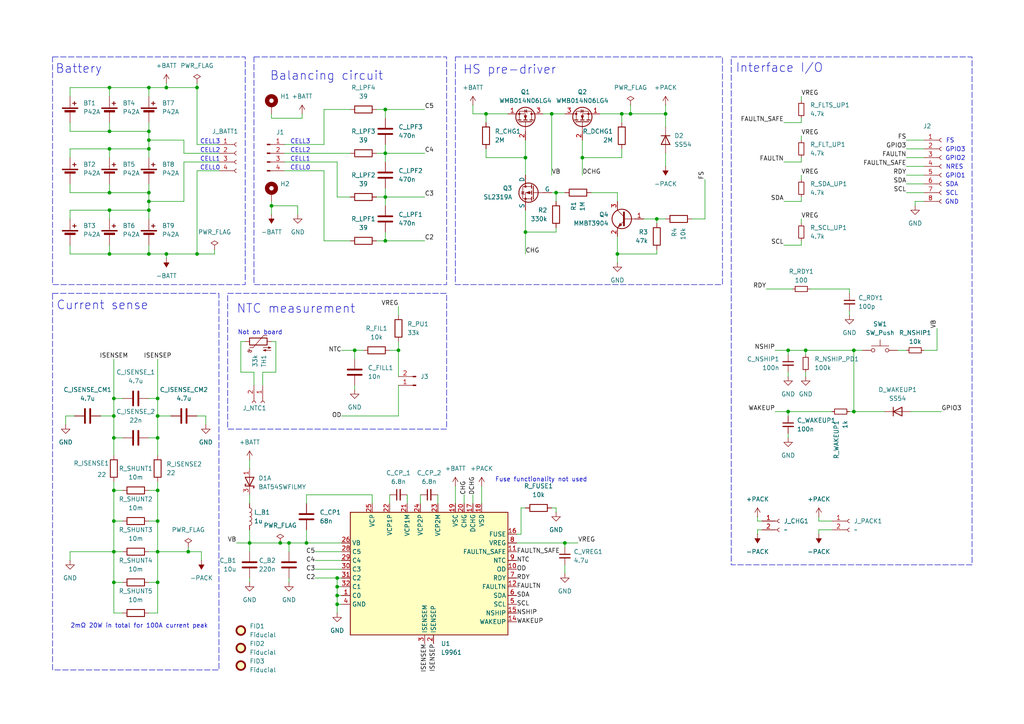
<source format=kicad_sch>
(kicad_sch (version 20250114) (generator "eeschema") (generator_version "9.0")
  (paper "A4")
  (title_block (title "Bettery") (date "2025-12-28") (comment 1 "Battery pack for BETA, Humanoid robot."))
  (rectangle (start 132.08 16.51) (end 209.55 82.55) (stroke (width 0) (type dash)))
  (rectangle (start 73.66 16.51) (end 129.54 82.55) (stroke (width 0) (type dash)))
  (rectangle (start 212.09 16.51) (end 281.94 163.83) (stroke (width 0) (type dash)))
  (rectangle (start 15.24 85.09) (end 63.5 194.31) (stroke (width 0) (type dash)))
  (rectangle (start 15.24 16.51) (end 71.12 82.55) (stroke (width 0) (type dash)))
  (rectangle (start 66.04 85.09) (end 129.54 124.46) (stroke (width 0) (type dash)))
  (text "GPIO1\n" (at 277.114 51.054 0) (effects (font (size 1.27 1.27))))
  (text "CELL3\n" (at 87.122 41.148 0) (effects (font (size 1.27 1.27))))
  (text "2mΩ 20W in total for 100A current peak" (at 40.386 181.61 0) (effects (font (size 1.27 1.27))))
  (text "Balancing circuit" (at 94.742 22.098 0) (effects (font (size 2.54 2.54))))
  (text "HS pre-driver" (at 147.828 20.32 0) (effects (font (size 2.54 2.54))))
  (text "CELL2\n" (at 87.122 43.688 0) (effects (font (size 1.27 1.27))))
  (text "CELL2\n" (at 60.96 43.688 0) (effects (font (size 1.27 1.27))))
  (text "CELL0" (at 87.122 48.768 0) (effects (font (size 1.27 1.27))))
  (text "SDA" (at 276.098 53.594 0) (effects (font (size 1.27 1.27))))
  (text "NTC measurement" (at 85.852 89.662 0) (effects (font (size 2.54 2.54))))
  (text "CELL1" (at 60.96 46.228 0) (effects (font (size 1.27 1.27))))
  (text "Battery" (at 22.86 20.066 0) (effects (font (size 2.54 2.54))))
  (text "Not on board\n" (at 75.438 96.52 0) (effects (font (size 1.27 1.27))))
  (text "SCL" (at 276.098 56.134 0) (effects (font (size 1.27 1.27))))
  (text "CELL3\n" (at 60.96 41.148 0) (effects (font (size 1.27 1.27))))
  (text "FS" (at 275.59 40.894 0) (effects (font (size 1.27 1.27))))
  (text "GPIO2" (at 277.114 45.974 0) (effects (font (size 1.27 1.27))))
  (text "Current sense" (at 29.718 88.646 0) (effects (font (size 2.54 2.54))))
  (text "GPIO3" (at 277.114 43.434 0) (effects (font (size 1.27 1.27))))
  (text "Fuse functionality not used" (at 156.972 139.192 0) (effects (font (size 1.27 1.27))))
  (text "NRES\n" (at 276.86 48.514 0) (effects (font (size 1.27 1.27))))
  (text "CELL1" (at 87.122 46.228 0) (effects (font (size 1.27 1.27))))
  (text "CELL0" (at 60.96 48.768 0) (effects (font (size 1.27 1.27))))
  (text "Interface I/O" (at 226.06 19.812 0) (effects (font (size 2.54 2.54))))
  (text "GND\n" (at 276.098 58.674 0) (effects (font (size 1.27 1.27))))
  (junction (at 33.02 115.57))
  (junction (at 233.68 101.6))
  (junction (at 43.18 43.18))
  (junction (at 228.6 119.38))
  (junction (at 45.72 151.13))
  (junction (at 31.75 43.18))
  (junction (at 31.75 38.1))
  (junction (at 48.26 25.4))
  (junction (at 43.18 73.66))
  (junction (at 180.34 33.02))
  (junction (at 31.75 73.66))
  (junction (at 102.87 101.6))
  (junction (at 190.5 63.5))
  (junction (at 54.61 160.02))
  (junction (at 45.72 120.65))
  (junction (at 45.72 142.24))
  (junction (at 228.6 101.6))
  (junction (at 33.02 151.13))
  (junction (at 247.65 119.38))
  (junction (at 45.72 160.02))
  (junction (at 43.18 60.96))
  (junction (at 111.76 44.45))
  (junction (at 45.72 127))
  (junction (at 97.79 170.18))
  (junction (at 247.65 101.6))
  (junction (at 45.72 115.57))
  (junction (at 33.02 120.65))
  (junction (at 57.15 25.4))
  (junction (at 179.07 73.66))
  (junction (at 33.02 127))
  (junction (at 31.75 60.96))
  (junction (at 111.76 69.85))
  (junction (at 111.76 57.15))
  (junction (at 168.91 45.72))
  (junction (at 48.26 73.66))
  (junction (at 193.04 33.02))
  (junction (at 88.9 157.48))
  (junction (at 45.72 168.91))
  (junction (at 111.76 31.75))
  (junction (at 97.79 167.64))
  (junction (at 43.18 38.1))
  (junction (at 31.75 25.4))
  (junction (at 33.02 142.24))
  (junction (at 43.18 55.88))
  (junction (at 163.83 157.48))
  (junction (at 182.88 33.02))
  (junction (at 43.18 40.64))
  (junction (at 57.15 73.66))
  (junction (at 31.75 55.88))
  (junction (at 115.57 101.6))
  (junction (at 81.28 157.48))
  (junction (at 152.4 45.72))
  (junction (at 72.39 157.48))
  (junction (at 161.29 55.88))
  (junction (at 33.02 168.91))
  (junction (at 97.79 175.26))
  (junction (at 83.82 157.48))
  (junction (at 78.74 59.69))
  (junction (at 160.02 33.02))
  (junction (at 140.97 33.02))
  (junction (at 43.18 58.42))
  (junction (at 43.18 25.4))
  (junction (at 97.79 172.72))
  (junction (at 152.4 67.31))
  (junction (at 33.02 160.02))
  (wire (pts (xy 227.33 46.99) (xy 232.41 46.99)))
  (wire (pts (xy 82.55 41.91) (xy 93.98 41.91)))
  (wire (pts (xy 72.39 168.91) (xy 72.39 167.64)))
  (wire (pts (xy 86.36 59.69) (xy 78.74 59.69)))
  (wire (pts (xy 168.91 45.72) (xy 168.91 50.8)))
  (wire (pts (xy 20.32 38.1) (xy 31.75 38.1)))
  (wire (pts (xy 33.02 168.91) (xy 33.02 177.8)))
  (wire (pts (xy 43.18 73.66) (xy 48.26 73.66)))
  (wire (pts (xy 167.64 157.48) (xy 163.83 157.48)))
  (wire (pts (xy 232.41 71.12) (xy 232.41 69.85)))
  (wire (pts (xy 264.16 119.38) (xy 273.05 119.38)))
  (wire (pts (xy 59.69 120.65) (xy 59.69 123.19)))
  (wire (pts (xy 161.29 67.31) (xy 161.29 66.04)))
  (wire (pts (xy 78.74 99.06) (xy 80.01 99.06)))
  (wire (pts (xy 54.61 158.75) (xy 54.61 160.02)))
  (wire (pts (xy 161.29 147.32) (xy 161.29 148.59)))
  (wire (pts (xy 190.5 63.5) (xy 186.69 63.5)))
  (wire (pts (xy 20.32 71.12) (xy 20.32 73.66)))
  (wire (pts (xy 97.79 170.18) (xy 97.79 172.72)))
  (wire (pts (xy 152.4 45.72) (xy 152.4 50.8)))
  (wire (pts (xy 53.34 58.42) (xy 53.34 46.99)))
  (wire (pts (xy 228.6 125.73) (xy 228.6 127)))
  (wire (pts (xy 88.9 157.48) (xy 99.06 157.48)))
  (wire (pts (xy 111.76 57.15) (xy 111.76 54.61)))
  (wire (pts (xy 102.87 101.6) (xy 105.41 101.6)))
  (wire (pts (xy 180.34 43.18) (xy 180.34 45.72)))
  (wire (pts (xy 69.85 107.95) (xy 69.85 99.06)))
  (wire (pts (xy 33.02 127) (xy 33.02 120.65)))
  (wire (pts (xy 33.02 115.57) (xy 35.56 115.57)))
  (wire (pts (xy 72.39 133.35) (xy 72.39 135.89)))
  (wire (pts (xy 163.83 163.83) (xy 163.83 166.37)))
  (wire (pts (xy 118.11 143.51) (xy 118.11 146.05)))
  (wire (pts (xy 228.6 119.38) (xy 241.3 119.38)))
  (wire (pts (xy 20.32 162.56) (xy 20.32 160.02)))
  (wire (pts (xy 57.15 49.53) (xy 57.15 73.66)))
  (wire (pts (xy 111.76 31.75) (xy 123.19 31.75)))
  (wire (pts (xy 232.41 39.37) (xy 232.41 40.64)))
  (wire (pts (xy 78.74 33.02) (xy 78.74 34.29)))
  (wire (pts (xy 45.72 127) (xy 45.72 120.65)))
  (wire (pts (xy 57.15 73.66) (xy 62.23 73.66)))
  (wire (pts (xy 91.44 162.56) (xy 99.06 162.56)))
  (wire (pts (xy 182.88 33.02) (xy 193.04 33.02)))
  (wire (pts (xy 31.75 25.4) (xy 43.18 25.4)))
  (wire (pts (xy 179.07 55.88) (xy 179.07 58.42)))
  (wire (pts (xy 20.32 35.56) (xy 20.32 38.1)))
  (wire (pts (xy 109.22 44.45) (xy 111.76 44.45)))
  (wire (pts (xy 115.57 101.6) (xy 115.57 109.22)))
  (wire (pts (xy 107.95 146.05) (xy 107.95 143.51)))
  (wire (pts (xy 29.21 120.65) (xy 33.02 120.65)))
  (wire (pts (xy 163.83 158.75) (xy 163.83 157.48)))
  (wire (pts (xy 246.38 90.17) (xy 246.38 91.44)))
  (wire (pts (xy 57.15 24.13) (xy 57.15 25.4)))
  (wire (pts (xy 152.4 40.64) (xy 152.4 45.72)))
  (wire (pts (xy 168.91 40.64) (xy 168.91 45.72)))
  (wire (pts (xy 68.58 157.48) (xy 72.39 157.48)))
  (wire (pts (xy 113.03 101.6) (xy 115.57 101.6)))
  (wire (pts (xy 48.26 24.13) (xy 48.26 25.4)))
  (wire (pts (xy 53.34 44.45) (xy 53.34 40.64)))
  (wire (pts (xy 82.55 46.99) (xy 97.79 46.99)))
  (wire (pts (xy 152.4 67.31) (xy 161.29 67.31)))
  (wire (pts (xy 97.79 170.18) (xy 99.06 170.18)))
  (wire (pts (xy 82.55 49.53) (xy 93.98 49.53)))
  (wire (pts (xy 43.18 151.13) (xy 45.72 151.13)))
  (wire (pts (xy 237.49 153.67) (xy 241.3 153.67)))
  (wire (pts (xy 20.32 43.18) (xy 20.32 45.72)))
  (wire (pts (xy 102.87 111.76) (xy 102.87 113.03)))
  (wire (pts (xy 237.49 153.67) (xy 237.49 154.94)))
  (wire (pts (xy 87.63 34.29) (xy 87.63 33.02)))
  (wire (pts (xy 115.57 91.44) (xy 115.57 88.9)))
  (wire (pts (xy 193.04 44.45) (xy 193.04 48.26)))
  (wire (pts (xy 262.89 50.8) (xy 267.97 50.8)))
  (wire (pts (xy 132.08 140.97) (xy 132.08 146.05)))
  (wire (pts (xy 99.06 101.6) (xy 102.87 101.6)))
  (wire (pts (xy 161.29 58.42) (xy 161.29 55.88)))
  (wire (pts (xy 134.62 143.51) (xy 134.62 146.05)))
  (wire (pts (xy 111.76 44.45) (xy 111.76 46.99)))
  (wire (pts (xy 33.02 151.13) (xy 33.02 160.02)))
  (wire (pts (xy 31.75 38.1) (xy 43.18 38.1)))
  (wire (pts (xy 111.76 57.15) (xy 111.76 59.69)))
  (wire (pts (xy 45.72 127) (xy 43.18 127)))
  (wire (pts (xy 43.18 55.88) (xy 43.18 53.34)))
  (wire (pts (xy 43.18 38.1) (xy 43.18 35.56)))
  (wire (pts (xy 227.33 71.12) (xy 232.41 71.12)))
  (wire (pts (xy 137.16 143.51) (xy 137.16 146.05)))
  (wire (pts (xy 45.72 160.02) (xy 54.61 160.02)))
  (wire (pts (xy 31.75 43.18) (xy 31.75 45.72)))
  (wire (pts (xy 33.02 127) (xy 35.56 127)))
  (wire (pts (xy 233.68 107.95) (xy 233.68 109.22)))
  (wire (pts (xy 137.16 33.02) (xy 140.97 33.02)))
  (wire (pts (xy 83.82 168.91) (xy 83.82 167.64)))
  (wire (pts (xy 204.47 63.5) (xy 200.66 63.5)))
  (wire (pts (xy 262.89 48.26) (xy 267.97 48.26)))
  (wire (pts (xy 97.79 172.72) (xy 99.06 172.72)))
  (wire (pts (xy 31.75 53.34) (xy 31.75 55.88)))
  (wire (pts (xy 219.71 153.67) (xy 220.98 153.67)))
  (wire (pts (xy 76.2 107.95) (xy 76.2 111.76)))
  (wire (pts (xy 86.36 62.23) (xy 86.36 59.69)))
  (wire (pts (xy 73.66 111.76) (xy 73.66 107.95)))
  (wire (pts (xy 31.75 73.66) (xy 20.32 73.66)))
  (wire (pts (xy 233.68 101.6) (xy 233.68 102.87)))
  (wire (pts (xy 53.34 44.45) (xy 63.5 44.45)))
  (wire (pts (xy 232.41 64.77) (xy 232.41 63.5)))
  (wire (pts (xy 97.79 175.26) (xy 99.06 175.26)))
  (wire (pts (xy 33.02 142.24) (xy 33.02 151.13)))
  (wire (pts (xy 232.41 58.42) (xy 227.33 58.42)))
  (wire (pts (xy 33.02 104.14) (xy 33.02 115.57)))
  (wire (pts (xy 93.98 69.85) (xy 101.6 69.85)))
  (wire (pts (xy 232.41 27.94) (xy 232.41 29.21)))
  (wire (pts (xy 45.72 151.13) (xy 45.72 142.24)))
  (wire (pts (xy 49.53 120.65) (xy 45.72 120.65)))
  (wire (pts (xy 81.28 157.48) (xy 83.82 157.48)))
  (wire (pts (xy 97.79 46.99) (xy 97.79 57.15)))
  (wire (pts (xy 45.72 177.8) (xy 45.72 168.91)))
  (wire (pts (xy 227.33 35.56) (xy 232.41 35.56)))
  (wire (pts (xy 262.89 53.34) (xy 267.97 53.34)))
  (wire (pts (xy 43.18 160.02) (xy 45.72 160.02)))
  (wire (pts (xy 262.89 45.72) (xy 267.97 45.72)))
  (wire (pts (xy 19.05 120.65) (xy 21.59 120.65)))
  (wire (pts (xy 160.02 147.32) (xy 161.29 147.32)))
  (wire (pts (xy 151.13 154.94) (xy 149.86 154.94)))
  (wire (pts (xy 33.02 151.13) (xy 35.56 151.13)))
  (wire (pts (xy 43.18 58.42) (xy 53.34 58.42)))
  (wire (pts (xy 43.18 142.24) (xy 45.72 142.24)))
  (wire (pts (xy 152.4 67.31) (xy 152.4 73.66)))
  (wire (pts (xy 113.03 143.51) (xy 113.03 146.05)))
  (wire (pts (xy 193.04 30.48) (xy 193.04 33.02)))
  (wire (pts (xy 109.22 57.15) (xy 111.76 57.15)))
  (wire (pts (xy 33.02 139.7) (xy 33.02 142.24)))
  (wire (pts (xy 179.07 73.66) (xy 190.5 73.66)))
  (wire (pts (xy 219.71 154.94) (xy 219.71 153.67)))
  (wire (pts (xy 20.32 27.94) (xy 20.32 25.4)))
  (wire (pts (xy 31.75 60.96) (xy 31.75 63.5)))
  (wire (pts (xy 111.76 41.91) (xy 111.76 44.45)))
  (wire (pts (xy 43.18 40.64) (xy 53.34 40.64)))
  (wire (pts (xy 247.65 101.6) (xy 250.19 101.6)))
  (wire (pts (xy 82.55 44.45) (xy 101.6 44.45)))
  (wire (pts (xy 228.6 107.95) (xy 228.6 109.22)))
  (wire (pts (xy 57.15 41.91) (xy 63.5 41.91)))
  (wire (pts (xy 48.26 25.4) (xy 57.15 25.4)))
  (wire (pts (xy 20.32 53.34) (xy 20.32 55.88)))
  (wire (pts (xy 45.72 168.91) (xy 45.72 160.02)))
  (wire (pts (xy 102.87 104.14) (xy 102.87 101.6)))
  (wire (pts (xy 80.01 107.95) (xy 76.2 107.95)))
  (wire (pts (xy 151.13 154.94) (xy 151.13 147.32)))
  (wire (pts (xy 97.79 57.15) (xy 101.6 57.15)))
  (wire (pts (xy 179.07 73.66) (xy 179.07 76.2)))
  (wire (pts (xy 93.98 31.75) (xy 101.6 31.75)))
  (wire (pts (xy 237.49 151.13) (xy 241.3 151.13)))
  (wire (pts (xy 180.34 33.02) (xy 180.34 35.56)))
  (wire (pts (xy 262.89 55.88) (xy 267.97 55.88)))
  (wire (pts (xy 83.82 157.48) (xy 88.9 157.48)))
  (wire (pts (xy 265.43 58.42) (xy 267.97 58.42)))
  (wire (pts (xy 228.6 119.38) (xy 228.6 120.65)))
  (wire (pts (xy 20.32 160.02) (xy 33.02 160.02)))
  (wire (pts (xy 20.32 60.96) (xy 31.75 60.96)))
  (wire (pts (xy 99.06 120.65) (xy 115.57 120.65)))
  (wire (pts (xy 111.76 57.15) (xy 123.19 57.15)))
  (wire (pts (xy 234.95 83.82) (xy 246.38 83.82)))
  (wire (pts (xy 57.15 120.65) (xy 59.69 120.65)))
  (wire (pts (xy 45.72 120.65) (xy 45.72 115.57)))
  (wire (pts (xy 232.41 57.15) (xy 232.41 58.42)))
  (wire (pts (xy 20.32 55.88) (xy 31.75 55.88)))
  (wire (pts (xy 45.72 139.7) (xy 45.72 142.24)))
  (wire (pts (xy 72.39 157.48) (xy 72.39 160.02)))
  (wire (pts (xy 151.13 147.32) (xy 152.4 147.32)))
  (wire (pts (xy 72.39 157.48) (xy 81.28 157.48)))
  (wire (pts (xy 152.4 60.96) (xy 152.4 67.31)))
  (wire (pts (xy 48.26 73.66) (xy 57.15 73.66)))
  (wire (pts (xy 43.18 58.42) (xy 43.18 60.96)))
  (wire (pts (xy 149.86 157.48) (xy 163.83 157.48)))
  (wire (pts (xy 115.57 101.6) (xy 115.57 99.06)))
  (wire (pts (xy 160.02 33.02) (xy 163.83 33.02)))
  (wire (pts (xy 168.91 45.72) (xy 180.34 45.72)))
  (wire (pts (xy 247.65 119.38) (xy 256.54 119.38)))
  (wire (pts (xy 43.18 60.96) (xy 43.18 63.5)))
  (wire (pts (xy 233.68 101.6) (xy 247.65 101.6)))
  (wire (pts (xy 31.75 60.96) (xy 43.18 60.96)))
  (wire (pts (xy 271.78 95.25) (xy 271.78 101.6)))
  (wire (pts (xy 109.22 69.85) (xy 111.76 69.85)))
  (wire (pts (xy 88.9 143.51) (xy 88.9 146.05)))
  (wire (pts (xy 31.75 43.18) (xy 20.32 43.18)))
  (wire (pts (xy 93.98 41.91) (xy 93.98 31.75)))
  (wire (pts (xy 137.16 30.48) (xy 137.16 33.02)))
  (wire (pts (xy 43.18 71.12) (xy 43.18 73.66)))
  (wire (pts (xy 262.89 40.64) (xy 267.97 40.64)))
  (wire (pts (xy 232.41 52.07) (xy 232.41 50.8)))
  (wire (pts (xy 31.75 43.18) (xy 43.18 43.18)))
  (wire (pts (xy 228.6 101.6) (xy 228.6 102.87)))
  (wire (pts (xy 31.75 55.88) (xy 43.18 55.88)))
  (wire (pts (xy 179.07 68.58) (xy 179.07 73.66)))
  (wire (pts (xy 45.72 104.14) (xy 45.72 115.57)))
  (wire (pts (xy 93.98 69.85) (xy 93.98 49.53)))
  (wire (pts (xy 232.41 46.99) (xy 232.41 45.72)))
  (wire (pts (xy 45.72 115.57) (xy 43.18 115.57)))
  (wire (pts (xy 247.65 101.6) (xy 247.65 119.38)))
  (wire (pts (xy 88.9 143.51) (xy 107.95 143.51)))
  (wire (pts (xy 43.18 177.8) (xy 45.72 177.8)))
  (wire (pts (xy 20.32 63.5) (xy 20.32 60.96)))
  (wire (pts (xy 97.79 167.64) (xy 97.79 170.18)))
  (wire (pts (xy 173.99 33.02) (xy 180.34 33.02)))
  (wire (pts (xy 43.18 55.88) (xy 43.18 58.42)))
  (wire (pts (xy 190.5 64.77) (xy 190.5 63.5)))
  (wire (pts (xy 80.01 99.06) (xy 80.01 107.95)))
  (wire (pts (xy 73.66 107.95) (xy 69.85 107.95)))
  (wire (pts (xy 157.48 33.02) (xy 160.02 33.02)))
  (wire (pts (xy 33.02 132.08) (xy 33.02 127)))
  (wire (pts (xy 219.71 149.86) (xy 219.71 151.13)))
  (wire (pts (xy 111.76 69.85) (xy 111.76 67.31)))
  (wire (pts (xy 53.34 46.99) (xy 63.5 46.99)))
  (wire (pts (xy 232.41 35.56) (xy 232.41 34.29)))
  (wire (pts (xy 58.42 160.02) (xy 58.42 162.56)))
  (wire (pts (xy 78.74 58.42) (xy 78.74 59.69)))
  (wire (pts (xy 72.39 153.67) (xy 72.39 157.48)))
  (wire (pts (xy 97.79 167.64) (xy 99.06 167.64)))
  (wire (pts (xy 161.29 55.88) (xy 163.83 55.88)))
  (wire (pts (xy 160.02 55.88) (xy 161.29 55.88)))
  (wire (pts (xy 72.39 143.51) (xy 72.39 146.05)))
  (wire (pts (xy 182.88 30.48) (xy 182.88 33.02)))
  (wire (pts (xy 193.04 33.02) (xy 193.04 36.83)))
  (wire (pts (xy 109.22 31.75) (xy 111.76 31.75)))
  (wire (pts (xy 219.71 151.13) (xy 220.98 151.13)))
  (wire (pts (xy 222.25 83.82) (xy 229.87 83.82)))
  (wire (pts (xy 224.79 101.6) (xy 228.6 101.6)))
  (wire (pts (xy 62.23 73.66) (xy 62.23 72.39)))
  (wire (pts (xy 69.85 99.06) (xy 71.12 99.06)))
  (wire (pts (xy 31.75 71.12) (xy 31.75 73.66)))
  (wire (pts (xy 97.79 172.72) (xy 97.79 175.26)))
  (wire (pts (xy 140.97 43.18) (xy 140.97 45.72)))
  (wire (pts (xy 57.15 25.4) (xy 57.15 41.91)))
  (wire (pts (xy 35.56 142.24) (xy 33.02 142.24)))
  (wire (pts (xy 33.02 160.02) (xy 33.02 168.91)))
  (wire (pts (xy 271.78 101.6) (xy 267.97 101.6)))
  (wire (pts (xy 43.18 38.1) (xy 43.18 40.64)))
  (wire (pts (xy 247.65 119.38) (xy 246.38 119.38)))
  (wire (pts (xy 265.43 59.69) (xy 265.43 58.42)))
  (wire (pts (xy 262.89 43.18) (xy 267.97 43.18)))
  (wire (pts (xy 78.74 34.29) (xy 87.63 34.29)))
  (wire (pts (xy 140.97 33.02) (xy 147.32 33.02)))
  (wire (pts (xy 43.18 40.64) (xy 43.18 43.18)))
  (wire (pts (xy 43.18 25.4) (xy 43.18 27.94)))
  (wire (pts (xy 43.18 45.72) (xy 43.18 43.18)))
  (wire (pts (xy 31.75 38.1) (xy 31.75 35.56)))
  (wire (pts (xy 237.49 149.86) (xy 237.49 151.13)))
  (wire (pts (xy 190.5 73.66) (xy 190.5 72.39)))
  (wire (pts (xy 91.44 165.1) (xy 99.06 165.1)))
  (wire (pts (xy 78.74 59.69) (xy 78.74 62.23)))
  (wire (pts (xy 48.26 74.93) (xy 48.26 73.66)))
  (wire (pts (xy 121.92 143.51) (xy 121.92 146.05)))
  (wire (pts (xy 111.76 44.45) (xy 123.19 44.45)))
  (wire (pts (xy 33.02 177.8) (xy 35.56 177.8)))
  (wire (pts (xy 83.82 160.02) (xy 83.82 157.48)))
  (wire (pts (xy 45.72 132.08) (xy 45.72 127)))
  (wire (pts (xy 33.02 160.02) (xy 35.56 160.02)))
  (wire (pts (xy 31.75 73.66) (xy 43.18 73.66)))
  (wire (pts (xy 43.18 25.4) (xy 48.26 25.4)))
  (wire (pts (xy 33.02 168.91) (xy 35.56 168.91)))
  (wire (pts (xy 190.5 63.5) (xy 193.04 63.5)))
  (wire (pts (xy 127 143.51) (xy 127 146.05)))
  (wire (pts (xy 88.9 153.67) (xy 88.9 157.48)))
  (wire (pts (xy 115.57 120.65) (xy 115.57 111.76)))
  (wire (pts (xy 111.76 31.75) (xy 111.76 34.29)))
  (wire (pts (xy 139.7 140.97) (xy 139.7 146.05)))
  (wire (pts (xy 19.05 123.19) (xy 19.05 120.65)))
  (wire (pts (xy 260.35 101.6) (xy 262.89 101.6)))
  (wire (pts (xy 20.32 25.4) (xy 31.75 25.4)))
  (wire (pts (xy 180.34 33.02) (xy 182.88 33.02)))
  (wire (pts (xy 54.61 160.02) (xy 58.42 160.02)))
  (wire (pts (xy 43.18 168.91) (xy 45.72 168.91)))
  (wire (pts (xy 31.75 25.4) (xy 31.75 27.94)))
  (wire (pts (xy 171.45 55.88) (xy 179.07 55.88)))
  (wire (pts (xy 204.47 52.07) (xy 204.47 63.5)))
  (wire (pts (xy 97.79 177.8) (xy 97.79 175.26)))
  (wire (pts (xy 111.76 69.85) (xy 123.19 69.85)))
  (wire (pts (xy 33.02 120.65) (xy 33.02 115.57)))
  (wire (pts (xy 57.15 49.53) (xy 63.5 49.53)))
  (wire (pts (xy 246.38 83.82) (xy 246.38 85.09)))
  (wire (pts (xy 91.44 160.02) (xy 99.06 160.02)))
  (wire (pts (xy 228.6 101.6) (xy 233.68 101.6)))
  (wire (pts (xy 140.97 45.72) (xy 152.4 45.72)))
  (wire (pts (xy 45.72 160.02) (xy 45.72 151.13)))
  (wire (pts (xy 160.02 50.8) (xy 160.02 33.02)))
  (wire (pts (xy 91.44 167.64) (xy 97.79 167.64)))
  (wire (pts (xy 140.97 35.56) (xy 140.97 33.02)))
  (wire (pts (xy 224.79 119.38) (xy 228.6 119.38)))
  (label "VREG" (at 232.41 27.94 0))
  (label "SDA" (at 262.89 53.34 180))
  (label "C4" (at 123.19 44.45 0))
  (label "FAULTN_SAFE" (at 227.33 35.56 180))
  (label "RDY" (at 222.25 83.82 180))
  (label "FAULTN_SAFE" (at 149.86 160.02 0))
  (label "SDA" (at 149.86 172.72 0))
  (label "VB" (at 68.58 157.48 180))
  (label "NTC" (at 149.86 162.56 0))
  (label "FAULTN" (at 262.89 45.72 180))
  (label "VREG" (at 115.57 88.9 180))
  (label "NSHIP" (at 149.86 177.8 0))
  (label "C2" (at 91.44 167.64 180))
  (label "FAULTN" (at 149.86 170.18 0))
  (label "ISENSEP" (at 45.72 104.14 0))
  (label "VB" (at 271.78 95.25 90))
  (label "C3" (at 123.19 57.15 0))
  (label "GPIO3" (at 262.89 43.18 180))
  (label "OD" (at 149.86 165.1 0))
  (label "FS" (at 204.47 52.07 90))
  (label "OD" (at 99.06 120.65 180))
  (label "CHG" (at 152.4 73.66 0))
  (label "FAULTN" (at 227.33 46.99 180))
  (label "ISENSEM" (at 123.19 186.69 270))
  (label "NSHIP" (at 224.79 101.6 180))
  (label "C4" (at 91.44 162.56 180))
  (label "NTC" (at 99.06 101.6 180))
  (label "VREG" (at 167.64 157.48 0))
  (label "SCL" (at 262.89 55.88 180))
  (label "SCL" (at 149.86 175.26 0))
  (label "VREG" (at 232.41 63.5 0))
  (label "FAULTN_SAFE" (at 262.89 48.26 180))
  (label "C2" (at 123.19 69.85 0))
  (label "CHG" (at 134.62 143.51 90))
  (label "C3" (at 91.44 165.1 180))
  (label "DCHG" (at 137.16 143.51 90))
  (label "WAKEUP" (at 149.86 180.34 0))
  (label "RDY" (at 149.86 167.64 0))
  (label "C5" (at 91.44 160.02 180))
  (label "C5" (at 123.19 31.75 0))
  (label "ISENSEM" (at 33.02 104.14 0))
  (label "FS" (at 262.89 40.64 180))
  (label "SCL" (at 227.33 71.12 180))
  (label "RDY" (at 262.89 50.8 180))
  (label "VREG" (at 232.41 39.37 0))
  (label "VREG" (at 232.41 50.8 0))
  (label "ISENSEP" (at 125.73 186.69 270))
  (label "WAKEUP" (at 224.79 119.38 180))
  (label "SDA" (at 227.33 58.42 180))
  (label "VB" (at 160.02 50.8 0))
  (label "GPIO3" (at 273.05 119.38 0))
  (label "DCHG" (at 168.91 50.8 0))
  (symbol (lib_id "Device:C") (at 25.4 120.65 90) (unit 1)
    (property "Reference" "C_ISENSE_CM1" (at 25.4 113.03 90))
    (property "Value" "4.7u" (at 25.4 115.57 90))
    (property "Footprint" "Capacitor_SMD:C_0603_1608Metric_Pad1.08x0.95mm_HandSolder" (effects (hide yes)))
    (property "Datasheet" "4.7u 10% 16V" (effects (hide yes)))
    (property "Description" "Unpolarized capacitor" (effects (hide yes)))
  )
  (symbol (lib_id "Device:R") (at 39.37 160.02 90) (unit 1)
    (property "Reference" "R_SHUNT3" (at 39.37 153.67 90))
    (property "Value" "10m" (at 39.37 156.21 90))
    (property "Footprint" "Resistor_SMD:R_2816_7142Metric_Pad3.20x4.45mm_HandSolder" (effects (hide yes)))
    (property "Datasheet" "https://mm.digikey.com/Volume0/opasdata/d220001/medias/docus/356/HoLR2817D-5W-10mR-1%25_57.pdf" (effects (hide yes)))
    (property "Description" "10m 1% 5W 2817" (effects (hide yes)))
    (property "Link" "https://www.digikey.pl/pl/products/detail/shenzhen-milliohm-electronic-co-ltd/HoLR2817D-5W-10mR-1/24387126" (effects (hide yes)))
  )
  (symbol (lib_id "bettery:-PACK") (at 193.04 48.26 180) (unit 1)
    (property "Reference" "#PWR016" (effects (hide yes)))
    (property "Value" "-PACK" (at 193.04 53.34 0))
    (property "Description" "Power symbol creates a global label with name {dblquote}-PACK{dblquote}" (effects (hide yes)))
  )
  (symbol (lib_id "Device:D") (at 260.35 119.38 0) (unit 1)
    (property "Reference" "D_WAKEUP1" (at 260.35 113.03 0))
    (property "Value" "SS54" (at 260.35 115.57 0))
    (property "Footprint" "Diode_SMD:D_SMA_Handsoldering" (effects (hide yes)))
    (property "Description" "Diode" (effects (hide yes)))
    (property "Sim.Device" "D" (effects (hide yes)))
    (property "Sim.Pins" "1=K 2=A" (effects (hide yes)))
    (property "Link" "https://www.digikey.pl/en/products/detail/shenzhen-slkormicro-semicon-co-ltd/SS54/21853075" (effects (hide yes)))
  )
  (symbol (lib_id "power:GND") (at 179.07 76.2 0) (unit 1)
    (property "Reference" "#PWR019" (effects (hide yes)))
    (property "Value" "GND" (at 179.07 81.28 0))
    (property "Description" "Power symbol creates a global label with name \"GND\" , ground" (effects (hide yes)))
  )
  (symbol (lib_id "power:PWR_FLAG") (at 182.88 30.48 0) (unit 1)
    (property "Reference" "#FLG03" (effects (hide yes)))
    (property "Value" "PWR_FLAG" (at 182.88 25.4 0))
    (property "Description" "Special symbol for telling ERC where power comes from" (effects (hide yes)))
  )
  (symbol (lib_id "Device:L") (at 72.39 149.86 0) (unit 1)
    (property "Reference" "L_B1" (at 73.66 148.5899 0) (effects (justify left)))
    (property "Value" "1u" (at 73.66 151.1299 0) (effects (justify left)))
    (property "Footprint" "Inductor_SMD:L_0805_2012Metric_Pad1.05x1.20mm_HandSolder" (effects (hide yes)))
    (property "Description" "1uH 20% 100mA" (effects (hide yes)))
    (property "LInk" "https://www.digikey.pl/en/products/detail/taiyo-yuden/LBR2012T1R0M/1788934" (effects (hide yes)))
  )
  (symbol (lib_id "Connector:Conn_01x02_Socket") (at 76.2 116.84 270) (unit 1) (on_board no)
    (property "Reference" "J_NTC1" (at 70.358 118.364 90) (effects (justify left)))
    (property "Description" "Generic connector, single row, 01x02, script generated" (effects (hide yes)))
    (property "Link" "https://www.tme.eu/pl/details/b2b-ph-k-s/zlacza-sygnalowe-raster-2-00mm/jst/b2b-ph-k-s-lf-sn/" (effects (hide yes)))
  )
  (symbol (lib_id "Device:R") (at 156.21 147.32 90) (unit 1)
    (property "Reference" "R_FUSE1" (at 156.21 140.97 90))
    (property "Value" "10k" (at 156.21 143.51 90))
    (property "Footprint" "Resistor_SMD:R_0603_1608Metric_Pad0.98x0.95mm_HandSolder" (effects (hide yes)))
    (property "Description" "10k 10% 1/10W" (effects (hide yes)))
  )
  (symbol (lib_id "Device:R") (at 105.41 44.45 90) (unit 1)
    (property "Reference" "R_LPF3" (at 105.41 38.1 90))
    (property "Value" "39" (at 105.41 40.64 90))
    (property "Footprint" "Resistor_SMD:R_0603_1608Metric_Pad0.98x0.95mm_HandSolder" (effects (hide yes)))
    (property "Description" "39 10% 1/8W" (effects (hide yes)))
  )
  (symbol (lib_id "Mechanical:Fiducial") (at 69.85 193.04 0) (unit 1) (in_bom no)
    (property "Reference" "FID3" (at 72.39 191.7699 0) (effects (justify left)))
    (property "Value" "Fiducial" (at 72.39 194.3099 0) (effects (justify left)))
    (property "Footprint" "Fiducial:Fiducial_1mm_Mask3mm" (effects (hide yes)))
    (property "Description" "Fiducial Marker" (effects (hide yes)))
  )
  (symbol (lib_id "Device:R") (at 196.85 63.5 90) (mirror x) (unit 1)
    (property "Reference" "R4" (at 195.5799 66.04 0) (effects (justify left)))
    (property "Value" "10k" (at 198.1199 66.04 0) (effects (justify left)))
    (property "Footprint" "Resistor_SMD:R_0603_1608Metric_Pad0.98x0.95mm_HandSolder" (effects (hide yes)))
    (property "Description" "10k 10% 1/10W" (effects (hide yes)))
  )
  (symbol (lib_id "Device:C") (at 111.76 38.1 0) (unit 1)
    (property "Reference" "C_LPF3" (at 115.57 36.8299 0) (effects (justify left)))
    (property "Value" "470n" (at 115.57 39.3699 0) (effects (justify left)))
    (property "Footprint" "Capacitor_SMD:C_0603_1608Metric_Pad1.08x0.95mm_HandSolder" (effects (hide yes)))
    (property "Description" "470n 10% 16V" (effects (hide yes)))
  )
  (symbol (lib_id "Connector:Conn_01x02_Pin") (at 120.65 111.76 180) (unit 1)
    (property "Reference" "J3" (at 121.92 109.2199 0) (effects (justify right)))
    (property "Footprint" "Connector_JST:JST_PH_B2B-PH-K_1x02_P2.00mm_Vertical" (effects (hide yes)))
    (property "Description" "Generic connector, single row, 01x02, script generated" (effects (hide yes)))
  )
  (symbol (lib_id "Mechanical:Fiducial") (at 69.85 187.96 0) (unit 1) (in_bom no)
    (property "Reference" "FID2" (at 72.39 186.6899 0) (effects (justify left)))
    (property "Value" "Fiducial" (at 72.39 189.2299 0) (effects (justify left)))
    (property "Footprint" "Fiducial:Fiducial_1mm_Mask3mm" (effects (hide yes)))
    (property "Description" "Fiducial Marker" (effects (hide yes)))
  )
  (symbol (lib_id "power:GND") (at 233.68 109.22 0) (unit 1)
    (property "Reference" "#PWR024" (effects (hide yes)))
    (property "Value" "GND" (at 233.68 114.3 0))
    (property "Description" "Power symbol creates a global label with name \"GND\" , ground" (effects (hide yes)))
  )
  (symbol (lib_id "power:GND") (at 102.87 113.03 0) (unit 1)
    (property "Reference" "#PWR012" (effects (hide yes)))
    (property "Value" "GND" (at 102.87 118.11 0))
    (property "Description" "Power symbol creates a global label with name \"GND\" , ground" (effects (hide yes)))
  )
  (symbol (lib_id "Connector:Conn_01x02_Socket") (at 226.06 151.13 0) (unit 1)
    (property "Reference" "J_CHG1" (at 227.33 151.1299 0) (effects (justify left)))
    (property "Value" "~" (at 227.33 153.6699 0) (effects (justify left)))
    (property "Description" "Generic connector, single row, 01x02, script generated" (effects (hide yes)))
  )
  (symbol (lib_id "Device:Battery_Cell") (at 31.75 68.58 0) (unit 1) (on_board no)
    (property "Reference" "BT6" (at 35.56 65.4684 0) (effects (justify left)))
    (property "Value" "P42A" (at 35.56 68.0084 0) (effects (justify left)))
    (property "Datasheet" "https://www.18650batterystore.com/products/molicel-p42a" (effects (hide yes)))
    (property "Description" "Single-cell battery" (effects (hide yes)))
  )
  (symbol (lib_id "power:GND") (at 59.69 123.19 0) (unit 1)
    (property "Reference" "#PWR010" (effects (hide yes)))
    (property "Value" "GND" (at 59.69 128.27 0))
    (property "Description" "Power symbol creates a global label with name \"GND\" , ground" (effects (hide yes)))
  )
  (symbol (lib_id "bettery:+PACK") (at 219.71 149.86 0) (unit 1)
    (property "Reference" "#PWR026" (effects (hide yes)))
    (property "Value" "+PACK" (at 219.71 144.78 0))
    (property "Description" "Power symbol creates a global label with name {dblquote}+PACK{dblquote}" (effects (hide yes)))
  )
  (symbol (lib_id "power:+BATT") (at 87.63 33.02 0) (unit 1)
    (property "Reference" "#PWR031" (effects (hide yes)))
    (property "Value" "+BATT" (at 87.63 27.94 0))
    (property "Description" "Power symbol creates a global label with name \"+BATT\"" (effects (hide yes)))
  )
  (symbol (lib_id "Device:R") (at 39.37 177.8 90) (unit 1)
    (property "Reference" "R_SHUNT5" (at 39.37 171.45 90))
    (property "Value" "10m" (at 39.37 173.99 90))
    (property "Footprint" "Resistor_SMD:R_2816_7142Metric_Pad3.20x4.45mm_HandSolder" (effects (hide yes)))
    (property "Datasheet" "https://mm.digikey.com/Volume0/opasdata/d220001/medias/docus/356/HoLR2817D-5W-10mR-1%25_57.pdf" (effects (hide yes)))
    (property "Description" "10m 1% 5W 2817" (effects (hide yes)))
    (property "Link" "https://www.digikey.pl/pl/products/detail/shenzhen-milliohm-electronic-co-ltd/HoLR2817D-5W-10mR-1/24387126" (effects (hide yes)))
  )
  (symbol (lib_id "power:GND") (at 83.82 168.91 0) (mirror y) (unit 1)
    (property "Reference" "#PWR05" (effects (hide yes)))
    (property "Value" "GND" (at 83.82 173.99 0))
    (property "Description" "Power symbol creates a global label with name \"GND\" , ground" (effects (hide yes)))
  )
  (symbol (lib_id "power:PWR_FLAG") (at 54.61 158.75 0) (unit 1)
    (property "Reference" "#FLG04" (effects (hide yes)))
    (property "Value" "PWR_FLAG" (at 54.61 153.67 0))
    (property "Description" "Special symbol for telling ERC where power comes from" (effects (hide yes)))
  )
  (symbol (lib_id "power:+BATT") (at 137.16 30.48 0) (unit 1)
    (property "Reference" "#PWR018" (effects (hide yes)))
    (property "Value" "+BATT" (at 137.16 25.4 0))
    (property "Description" "Power symbol creates a global label with name \"+BATT\"" (effects (hide yes)))
  )
  (symbol (lib_id "Device:R_Small") (at 243.84 119.38 270) (mirror x) (unit 1)
    (property "Reference" "R_WAKEUP1" (at 242.5699 121.92 0) (effects (justify right)))
    (property "Value" "1k" (at 245.1099 121.92 0) (effects (justify right)))
    (property "Footprint" "Resistor_SMD:R_0603_1608Metric_Pad0.98x0.95mm_HandSolder" (effects (hide yes)))
    (property "Description" "Resistor, small symbol" (effects (hide yes)))
  )
  (symbol (lib_id "power:GND") (at 20.32 162.56 0) (unit 1)
    (property "Reference" "#PWR015" (effects (hide yes)))
    (property "Value" "GND" (at 20.32 167.64 0))
    (property "Description" "Power symbol creates a global label with name \"GND\" , ground" (effects (hide yes)))
  )
  (symbol (lib_id "Device:C") (at 88.9 149.86 0) (unit 1)
    (property "Reference" "C_CP1" (at 92.71 148.5899 0) (effects (justify left)))
    (property "Value" "68n" (at 92.71 151.1299 0) (effects (justify left)))
    (property "Footprint" "Capacitor_SMD:C_0603_1608Metric_Pad1.08x0.95mm_HandSolder" (effects (hide yes)))
    (property "Description" "68nF 10% 25V" (effects (hide yes)))
  )
  (symbol (lib_id "Device:R_Small") (at 232.41 43.18 180) (unit 1)
    (property "Reference" "R_FLT_UP1" (at 234.95 41.9099 0) (effects (justify right)))
    (property "Value" "4.7k" (at 234.95 44.4499 0) (effects (justify right)))
    (property "Footprint" "Resistor_SMD:R_0603_1608Metric_Pad0.98x0.95mm_HandSolder" (effects (hide yes)))
    (property "Description" "Resistor, small symbol" (effects (hide yes)))
  )
  (symbol (lib_id "Device:C") (at 111.76 63.5 0) (unit 1)
    (property "Reference" "C_LPF1" (at 115.57 62.2299 0) (effects (justify left)))
    (property "Value" "470n" (at 115.57 64.7699 0) (effects (justify left)))
    (property "Footprint" "Capacitor_SMD:C_0603_1608Metric_Pad1.08x0.95mm_HandSolder" (effects (hide yes)))
    (property "Description" "470n 10% 16V" (effects (hide yes)))
  )
  (symbol (lib_id "Device:R") (at 115.57 95.25 0) (unit 1)
    (property "Reference" "R_PU1" (at 118.11 93.9799 0) (effects (justify left)))
    (property "Value" "33k" (at 118.11 96.5199 0) (effects (justify left)))
    (property "Footprint" "Resistor_SMD:R_0603_1608Metric_Pad0.98x0.95mm_HandSolder" (effects (hide yes)))
    (property "Description" "33k 10% 1/10W" (effects (hide yes)))
  )
  (symbol (lib_id "Device:R") (at 33.02 135.89 0) (unit 1)
    (property "Reference" "R_ISENSE1" (at 21.336 134.366 0) (effects (justify left)))
    (property "Value" "22" (at 28.194 137.668 0) (effects (justify left)))
    (property "Footprint" "Resistor_SMD:R_0603_1608Metric_Pad0.98x0.95mm_HandSolder" (effects (hide yes)))
    (property "Description" "22 1% 1/10W" (effects (hide yes)))
  )
  (symbol (lib_id "Mechanical:MountingHole_Pad") (at 78.74 55.88 0) (unit 1) (in_bom no)
    (property "Reference" "H2" (at 81.28 53.3399 0) (effects (justify left)))
    (property "Value" "MountingHole_Pad" (effects (hide yes)))
    (property "Description" "Mounting Hole with connection" (effects (hide yes)))
  )
  (symbol (lib_id "power:GND") (at 86.36 62.23 0) (unit 1)
    (property "Reference" "#PWR09" (effects (hide yes)))
    (property "Value" "GND" (at 86.36 67.31 0))
    (property "Description" "Power symbol creates a global label with name \"GND\" , ground" (effects (hide yes)))
  )
  (symbol (lib_id "Device:C") (at 39.37 115.57 90) (unit 1)
    (property "Reference" "C_ISENSE_1" (at 39.37 107.95 90))
    (property "Value" "4.7u" (at 39.37 110.49 90))
    (property "Footprint" "Capacitor_SMD:C_0603_1608Metric_Pad1.08x0.95mm_HandSolder" (effects (hide yes)))
    (property "Datasheet" "4.7u 10% 16V" (effects (hide yes)))
    (property "Description" "Unpolarized capacitor" (effects (hide yes)))
  )
  (symbol (lib_id "power:-BATT") (at 48.26 74.93 180) (unit 1)
    (property "Reference" "#PWR029" (effects (hide yes)))
    (property "Value" "-BATT" (at 48.26 80.01 0))
    (property "Description" "Power symbol creates a global label with name \"-BATT\"" (effects (hide yes)))
  )
  (symbol (lib_id "Device:D") (at 193.04 40.64 270) (unit 1)
    (property "Reference" "D2" (at 195.58 39.3699 90) (effects (justify left)))
    (property "Value" "SS54" (at 195.58 41.9099 90) (effects (justify left)))
    (property "Footprint" "Diode_SMD:D_SMA_Handsoldering" (effects (hide yes)))
    (property "Description" "Diode" (effects (hide yes)))
    (property "Sim.Device" "D" (effects (hide yes)))
    (property "Sim.Pins" "1=K 2=A" (effects (hide yes)))
    (property "Link" "https://www.digikey.pl/en/products/detail/shenzhen-slkormicro-semicon-co-ltd/SS54/21853075" (effects (hide yes)))
  )
  (symbol (lib_id "Device:Battery_Cell") (at 20.32 50.8 0) (unit 1) (on_board no)
    (property "Reference" "BT2" (at 24.13 47.6884 0) (effects (justify left)))
    (property "Value" "P42A" (at 24.13 50.2284 0) (effects (justify left)))
    (property "Datasheet" "https://www.18650batterystore.com/products/molicel-p42a" (effects (hide yes)))
    (property "Description" "Single-cell battery" (effects (hide yes)))
  )
  (symbol (lib_id "Device:R") (at 105.41 69.85 90) (unit 1)
    (property "Reference" "R_LPF1" (at 105.41 63.5 90))
    (property "Value" "39" (at 105.41 66.04 90))
    (property "Footprint" "Resistor_SMD:R_0603_1608Metric_Pad0.98x0.95mm_HandSolder" (effects (hide yes)))
    (property "Description" "39 10% 1/8W" (effects (hide yes)))
  )
  (symbol (lib_id "power:PWR_FLAG") (at 81.28 157.48 0) (unit 1)
    (property "Reference" "#FLG05" (effects (hide yes)))
    (property "Value" "PWR_FLAG" (at 81.28 152.4 0))
    (property "Description" "Special symbol for telling ERC where power comes from" (effects (hide yes)))
  )
  (symbol (lib_id "Device:Battery_Cell") (at 43.18 50.8 0) (unit 1) (on_board no)
    (property "Reference" "BT8" (at 46.99 47.6884 0) (effects (justify left)))
    (property "Value" "P42A" (at 46.99 50.2284 0) (effects (justify left)))
    (property "Datasheet" "https://www.18650batterystore.com/products/molicel-p42a" (effects (hide yes)))
    (property "Description" "Single-cell battery" (effects (hide yes)))
  )
  (symbol (lib_id "Device:R") (at 190.5 68.58 0) (mirror y) (unit 1)
    (property "Reference" "R3" (at 187.96 67.3099 0) (effects (justify left)))
    (property "Value" "47k" (at 187.96 69.8499 0) (effects (justify left)))
    (property "Footprint" "Resistor_SMD:R_0603_1608Metric_Pad0.98x0.95mm_HandSolder" (effects (hide yes)))
    (property "Description" "47k 10% 1/10W" (effects (hide yes)))
  )
  (symbol (lib_id "power:+BATT") (at 48.26 24.13 0) (unit 1)
    (property "Reference" "#PWR01" (effects (hide yes)))
    (property "Value" "+BATT" (at 48.26 19.05 0))
    (property "Description" "Power symbol creates a global label with name \"+BATT\"" (effects (hide yes)))
  )
  (symbol (lib_id "power:+BATT") (at 132.08 140.97 0) (unit 1)
    (property "Reference" "#PWR030" (effects (hide yes)))
    (property "Value" "+BATT" (at 132.08 135.89 0))
    (property "Description" "Power symbol creates a global label with name \"+BATT\"" (effects (hide yes)))
  )
  (symbol (lib_id "Device:Battery_Cell") (at 31.75 50.8 0) (unit 1) (on_board no)
    (property "Reference" "BT5" (at 35.56 47.6884 0) (effects (justify left)))
    (property "Value" "P42A" (at 35.56 50.2284 0) (effects (justify left)))
    (property "Datasheet" "https://www.18650batterystore.com/products/molicel-p42a" (effects (hide yes)))
    (property "Description" "Single-cell battery" (effects (hide yes)))
  )
  (symbol (lib_id "Device:R") (at 180.34 39.37 0) (mirror y) (unit 1)
    (property "Reference" "R_DCHG1" (at 177.8 38.0999 0) (effects (justify left)))
    (property "Value" "2M" (at 177.8 40.6399 0) (effects (justify left)))
    (property "Footprint" "Resistor_SMD:R_0603_1608Metric_Pad0.98x0.95mm_HandSolder" (effects (hide yes)))
    (property "Description" "2M 10% 1/10W" (effects (hide yes)))
  )
  (symbol (lib_id "Connector:Conn_01x02_Socket") (at 246.38 151.13 0) (unit 1)
    (property "Reference" "J_PACK1" (at 247.65 151.1299 0) (effects (justify left)))
    (property "Value" "~" (at 247.65 153.6699 0) (effects (justify left)))
    (property "Description" "Generic connector, single row, 01x02, script generated" (effects (hide yes)))
  )
  (symbol (lib_id "Device:Battery_Cell") (at 20.32 33.02 0) (unit 1) (on_board no)
    (property "Reference" "BT1" (at 24.13 29.9084 0) (effects (justify left)))
    (property "Value" "P42A" (at 24.13 32.4484 0) (effects (justify left)))
    (property "Datasheet" "https://www.18650batterystore.com/products/molicel-p42a" (effects (hide yes)))
    (property "Description" "Single-cell battery" (effects (hide yes)))
  )
  (symbol (lib_id "bettery:+PACK") (at 193.04 30.48 0) (unit 1)
    (property "Reference" "#PWR013" (effects (hide yes)))
    (property "Value" "+PACK" (at 193.04 25.4 0))
    (property "Description" "Power symbol creates a global label with name {dblquote}+PACK{dblquote}" (effects (hide yes)))
  )
  (symbol (lib_id "Device:C_Small") (at 115.57 143.51 90) (unit 1)
    (property "Reference" "C_CP_1" (at 115.5763 137.16 90))
    (property "Value" "6.8n" (at 115.5763 139.7 90))
    (property "Footprint" "Capacitor_SMD:C_0603_1608Metric_Pad1.08x0.95mm_HandSolder" (effects (hide yes)))
    (property "Description" "Unpolarized capacitor, small symbol" (effects (hide yes)))
  )
  (symbol (lib_id "Connector:Conn_01x04_Pin") (at 77.47 44.45 0) (unit 1)
    (property "Reference" "J1" (at 81.28 38.354 0))
    (property "Footprint" "Connector_JST:JST_PH_B4B-PH-K_1x04_P2.00mm_Vertical" (effects (hide yes)))
    (property "Description" "Generic connector, single row, 01x04, script generated" (effects (hide yes)))
    (property "Link" "https://www.tme.eu/pl/details/b4b-ph-k-s/zlacza-sygnalowe-raster-2-00mm/jst/b4b-ph-k-s-lf-sn/" (effects (hide yes)))
  )
  (symbol (lib_id "power:GND") (at 246.38 91.44 0) (unit 1)
    (property "Reference" "#PWR022" (effects (hide yes)))
    (property "Value" "GND" (at 246.38 96.52 0))
    (property "Description" "Power symbol creates a global label with name \"GND\" , ground" (effects (hide yes)))
  )
  (symbol (lib_id "Device:C_Small") (at 228.6 105.41 0) (mirror y) (unit 1)
    (property "Reference" "C_NSHIP1" (at 226.06 104.1462 0) (effects (justify left)))
    (property "Value" "100n" (at 226.06 106.6862 0) (effects (justify left)))
    (property "Footprint" "Capacitor_SMD:C_0603_1608Metric_Pad1.08x0.95mm_HandSolder" (effects (hide yes)))
    (property "Description" "100nF 10% 50V" (effects (hide yes)))
  )
  (symbol (lib_id "Device:R") (at 109.22 101.6 90) (unit 1)
    (property "Reference" "R_FIL1" (at 109.22 95.25 90))
    (property "Value" "10k" (at 109.22 97.79 90))
    (property "Footprint" "Resistor_SMD:R_0603_1608Metric_Pad0.98x0.95mm_HandSolder" (effects (hide yes)))
    (property "Description" "10k 10% 1/10W" (effects (hide yes)))
  )
  (symbol (lib_id "Device:R_Small") (at 232.41 83.82 270) (unit 1)
    (property "Reference" "R_RDY1" (at 232.41 78.74 90))
    (property "Value" "100" (at 232.41 81.28 90))
    (property "Footprint" "Resistor_SMD:R_0603_1608Metric_Pad0.98x0.95mm_HandSolder" (effects (hide yes)))
    (property "Description" "Resistor, small symbol" (effects (hide yes)))
  )
  (symbol (lib_id "Device:R_Small") (at 232.41 67.31 180) (unit 1)
    (property "Reference" "R_SCL_UP1" (at 234.95 66.0399 0) (effects (justify right)))
    (property "Value" "4.7k" (at 234.95 68.5799 0) (effects (justify right)))
    (property "Footprint" "Resistor_SMD:R_0603_1608Metric_Pad0.98x0.95mm_HandSolder" (effects (hide yes)))
    (property "Description" "Resistor, small symbol" (effects (hide yes)))
  )
  (symbol (lib_id "Device:Battery_Cell") (at 43.18 33.02 0) (unit 1) (on_board no)
    (property "Reference" "BT7" (at 46.99 29.9084 0) (effects (justify left)))
    (property "Value" "P42A" (at 46.99 32.4484 0) (effects (justify left)))
    (property "Datasheet" "https://www.18650batterystore.com/products/molicel-p42a" (effects (hide yes)))
    (property "Description" "Single-cell battery" (effects (hide yes)))
  )
  (symbol (lib_id "Switch:SW_Push") (at 255.27 101.6 0) (unit 1)
    (property "Reference" "SW1" (at 255.27 93.98 0))
    (property "Value" "SW_Push" (at 255.27 96.52 0))
    (property "Footprint" "Button_Switch_THT:SW_PUSH_6mm" (effects (hide yes)))
    (property "Description" "Push button switch, generic, two pins" (effects (hide yes)))
  )
  (symbol (lib_id "bettery:+PACK") (at 139.7 140.97 0) (unit 1)
    (property "Reference" "#PWR06" (effects (hide yes)))
    (property "Value" "+PACK" (at 139.7 135.89 0))
    (property "Description" "Power symbol creates a global label with name {dblquote}+PACK{dblquote}" (effects (hide yes)))
  )
  (symbol (lib_id "bettery:L9961") (at 124.46 166.37 0) (unit 1)
    (property "Reference" "U1" (at 127.8733 186.69 0) (effects (justify left)))
    (property "Value" "L9961" (at 127.8733 189.23 0) (effects (justify left)))
    (property "Footprint" "Package_DFN_QFN:UFQFPN-32-1EP_5x5mm_P0.5mm_EP3.5x3.5mm" (effects (hide yes)))
    (property "Datasheet" "https://www.st.com/en/power-management/l9961.html#documentation" (effects (hide yes)))
    (property "Description" "Battery management system" (effects (hide yes)))
  )
  (symbol (lib_id "Simulation_SPICE:PMOS") (at 154.94 55.88 0) (mirror y) (unit 1)
    (property "Reference" "Q3" (at 148.59 54.6099 0) (effects (justify left)))
    (property "Value" "SL2319A" (at 148.59 57.1499 0) (effects (justify left)))
    (property "Footprint" "Package_TO_SOT_SMD:SOT-23_Handsoldering" (effects (hide yes)))
    (property "Datasheet" "https://ngspice.sourceforge.io/docs/ngspice-html-manual/manual.xhtml#cha_MOSFETs" (effects (hide yes)))
    (property "Description" "P-MOSFET transistor, drain/source/gate" (effects (hide yes)))
    (property "Sim.Device" "PMOS" (effects (hide yes)))
    (property "Sim.Type" "VDMOS" (effects (hide yes)))
    (property "Sim.Pins" "1=D 2=G 3=S" (effects (hide yes)))
    (property "Link" "https://www.digikey.pl/en/products/detail/shenzhen-slkormicro-semicon-co-ltd/SL2319A/27519091" (effects (hide yes)))
  )
  (symbol (lib_id "bettery:WMB014N06LG4") (at 152.4 35.56 270) (mirror x) (unit 1)
    (property "Reference" "Q1" (at 152.4 26.67 90))
    (property "Value" "WMB014N06LG4" (at 152.4 29.21 90))
    (property "Footprint" "bettery:WMB014N06LG4-PDFN5060-8L" (effects (hide yes)))
    (property "Datasheet" "https://way-on.com/upload/202405/11/202405111718153221.pdf" (effects (hide yes)))
    (property "Description" "N-Channel Power MOSFET" (effects (hide yes)))
  )
  (symbol (lib_id "Device:R") (at 45.72 135.89 0) (unit 1)
    (property "Reference" "R_ISENSE2" (at 48.26 134.6199 0) (effects (justify left)))
    (property "Value" "22" (at 48.26 137.1599 0) (effects (justify left)))
    (property "Footprint" "Resistor_SMD:R_0603_1608Metric_Pad0.98x0.95mm_HandSolder" (effects (hide yes)))
    (property "Description" "22 1% 1/10W" (effects (hide yes)))
  )
  (symbol (lib_id "Device:C") (at 72.39 163.83 0) (mirror y) (unit 1)
    (property "Reference" "C_B1" (at 68.58 162.5599 0) (effects (justify left)))
    (property "Value" "10u" (at 68.58 165.0999 0) (effects (justify left)))
    (property "Footprint" "Capacitor_SMD:C_0603_1608Metric_Pad1.08x0.95mm_HandSolder" (effects (hide yes)))
    (property "Description" "10uF 10% 50V" (effects (hide yes)))
  )
  (symbol (lib_id "bettery:-PACK") (at 237.49 154.94 180) (unit 1)
    (property "Reference" "#PWR021" (effects (hide yes)))
    (property "Value" "-PACK" (at 237.49 160.02 0))
    (property "Description" "Power symbol creates a global label with name {dblquote}-PACK{dblquote}" (effects (hide yes)))
  )
  (symbol (lib_id "Transistor_BJT:Q_NPN_BEC") (at 181.61 63.5 0) (mirror y) (unit 1)
    (property "Reference" "Q4" (at 176.53 62.2299 0) (effects (justify left)))
    (property "Value" "MMBT3904" (at 176.53 64.7699 0) (effects (justify left)))
    (property "Footprint" "Package_TO_SOT_SMD:SOT-23_Handsoldering" (effects (hide yes)))
    (property "Description" "NPN transistor, base/emitter/collector" (effects (hide yes)))
    (property "Link" "https://www.digikey.pl/en/products/detail/anbon-semiconductor-int-l-limited/MMBT3904/17284363" (effects (hide yes)))
  )
  (symbol (lib_id "power:GND") (at 19.05 123.19 0) (unit 1)
    (property "Reference" "#PWR011" (effects (hide yes)))
    (property "Value" "GND" (at 19.05 128.27 0))
    (property "Description" "Power symbol creates a global label with name \"GND\" , ground" (effects (hide yes)))
  )
  (symbol (lib_id "Device:R_Small") (at 232.41 31.75 180) (unit 1)
    (property "Reference" "R_FLTS_UP1" (at 234.95 30.4799 0) (effects (justify right)))
    (property "Value" "4.7k" (at 234.95 33.0199 0) (effects (justify right)))
    (property "Footprint" "Resistor_SMD:R_0603_1608Metric_Pad0.98x0.95mm_HandSolder" (effects (hide yes)))
    (property "Description" "Resistor, small symbol" (effects (hide yes)))
  )
  (symbol (lib_id "power:GND") (at 72.39 168.91 0) (unit 1)
    (property "Reference" "#PWR04" (effects (hide yes)))
    (property "Value" "GND" (at 72.39 173.99 0))
    (property "Description" "Power symbol creates a global label with name \"GND\" , ground" (effects (hide yes)))
  )
  (symbol (lib_id "Device:C") (at 39.37 127 90) (unit 1)
    (property "Reference" "C_ISENSE_2" (at 39.37 119.38 90))
    (property "Value" "22n" (at 39.37 121.92 90))
    (property "Footprint" "Capacitor_SMD:C_0603_1608Metric_Pad1.08x0.95mm_HandSolder" (effects (hide yes)))
    (property "Datasheet" "22n 10% 16V" (effects (hide yes)))
    (property "Description" "Unpolarized capacitor" (effects (hide yes)))
  )
  (symbol (lib_id "Device:R") (at 167.64 55.88 90) (mirror x) (unit 1)
    (property "Reference" "R1" (at 166.3699 58.42 0) (effects (justify left)))
    (property "Value" "1M" (at 168.9099 58.42 0) (effects (justify left)))
    (property "Footprint" "Resistor_SMD:R_0603_1608Metric_Pad0.98x0.95mm_HandSolder" (effects (hide yes)))
    (property "Description" "1M 10% 1/10W" (effects (hide yes)))
  )
  (symbol (lib_id "Device:C") (at 102.87 107.95 0) (unit 1)
    (property "Reference" "C_FILL1" (at 106.68 106.6799 0) (effects (justify left)))
    (property "Value" "10n" (at 106.68 109.2199 0) (effects (justify left)))
    (property "Footprint" "Capacitor_SMD:C_0603_1608Metric_Pad1.08x0.95mm_HandSolder" (effects (hide yes)))
    (property "Description" "10nF 10% 16V" (effects (hide yes)))
  )
  (symbol (lib_id "bettery:WMB014N06LG4") (at 168.91 35.56 90) (unit 1)
    (property "Reference" "Q2" (at 168.91 26.67 90))
    (property "Value" "WMB014N06LG4" (at 168.91 29.21 90))
    (property "Footprint" "bettery:WMB014N06LG4-PDFN5060-8L" (effects (hide yes)))
    (property "Datasheet" "https://way-on.com/upload/202405/11/202405111718153221.pdf" (effects (hide yes)))
    (property "Description" "N-Channel Power MOSFET" (effects (hide yes)))
  )
  (symbol (lib_id "Device:R") (at 161.29 62.23 0) (mirror y) (unit 1)
    (property "Reference" "R2" (at 158.75 60.9599 0) (effects (justify left)))
    (property "Value" "330k" (at 158.75 63.4999 0) (effects (justify left)))
    (property "Footprint" "Resistor_SMD:R_0603_1608Metric_Pad0.98x0.95mm_HandSolder" (effects (hide yes)))
    (property "Description" "330k 10% 1/10W" (effects (hide yes)))
  )
  (symbol (lib_id "Device:C_Small") (at 246.38 87.63 0) (unit 1)
    (property "Reference" "C_RDY1" (at 248.92 86.3662 0) (effects (justify left)))
    (property "Value" "100p" (at 248.92 88.9062 0) (effects (justify left)))
    (property "Footprint" "Capacitor_SMD:C_0603_1608Metric_Pad1.08x0.95mm_HandSolder" (effects (hide yes)))
    (property "Description" "100pF 10% 16V" (effects (hide yes)))
  )
  (symbol (lib_id "power:GND") (at 163.83 166.37 0) (unit 1)
    (property "Reference" "#PWR03" (effects (hide yes)))
    (property "Value" "GND" (at 163.83 171.45 0))
    (property "Description" "Power symbol creates a global label with name \"GND\" , ground" (effects (hide yes)))
  )
  (symbol (lib_id "Device:Thermistor_NTC") (at 74.93 99.06 90) (unit 1) (on_board no)
    (property "Reference" "TH1" (at 76.5176 102.87 0) (effects (justify right)))
    (property "Value" "33k" (at 73.9776 102.87 0) (effects (justify right)))
    (property "Description" "Temperature dependent resistor, negative temperature coefficient" (effects (hide yes)))
    (property "Link" "https://www.digikey.pl/pl/products/detail/eaton-electronics-division/NRNE334F4090B2F/16909191" (effects (hide yes)))
  )
  (symbol (lib_id "Device:C") (at 111.76 50.8 0) (unit 1)
    (property "Reference" "C_LPF2" (at 115.57 49.5299 0) (effects (justify left)))
    (property "Value" "470n" (at 115.57 52.0699 0) (effects (justify left)))
    (property "Footprint" "Capacitor_SMD:C_0603_1608Metric_Pad1.08x0.95mm_HandSolder" (effects (hide yes)))
    (property "Description" "470n 10% 16V" (effects (hide yes)))
  )
  (symbol (lib_id "Device:R") (at 105.41 57.15 90) (unit 1)
    (property "Reference" "R_LPF2" (at 105.41 50.8 90))
    (property "Value" "39" (at 105.41 53.34 90))
    (property "Footprint" "Resistor_SMD:R_0603_1608Metric_Pad0.98x0.95mm_HandSolder" (effects (hide yes)))
    (property "Description" "39 10% 1/8W" (effects (hide yes)))
  )
  (symbol (lib_id "power:GND") (at 265.43 59.69 0) (unit 1)
    (property "Reference" "#PWR028" (effects (hide yes)))
    (property "Value" "GND" (at 265.43 64.77 0))
    (property "Description" "Power symbol creates a global label with name \"GND\" , ground" (effects (hide yes)))
  )
  (symbol (lib_id "power:GND") (at 228.6 127 0) (unit 1)
    (property "Reference" "#PWR025" (effects (hide yes)))
    (property "Value" "GND" (at 228.6 132.08 0))
    (property "Description" "Power symbol creates a global label with name \"GND\" , ground" (effects (hide yes)))
  )
  (symbol (lib_id "Device:D_Schottky_Dual_CommonCathode_AAK_Split") (at 72.39 139.7 270) (unit 1)
    (property "Reference" "D1" (at 74.93 138.6839 90) (effects (justify left)))
    (property "Value" "BAT54SWFILMY" (at 74.93 141.2239 90) (effects (justify left)))
    (property "Footprint" "Package_TO_SOT_SMD:SOT-323_SC-70_Handsoldering" (effects (hide yes)))
    (property "Description" "Dual Schottky diode, common cathode on pin 3" (effects (hide yes)))
    (property "Link" "https://www.digikey.pl/en/products/detail/panjit-international-inc/BAT54-R1-00001/14661364" (effects (hide yes)))
  )
  (symbol (lib_id "power:PWR_FLAG") (at 62.23 72.39 0) (unit 1)
    (property "Reference" "#FLG02" (effects (hide yes)))
    (property "Value" "PWR_FLAG" (at 62.23 67.31 0))
    (property "Description" "Special symbol for telling ERC where power comes from" (effects (hide yes)))
  )
  (symbol (lib_id "power:GND") (at 97.79 177.8 0) (unit 1)
    (property "Reference" "#PWR02" (effects (hide yes)))
    (property "Value" "GND" (at 97.79 182.88 0))
    (property "Description" "Power symbol creates a global label with name \"GND\" , ground" (effects (hide yes)))
  )
  (symbol (lib_id "Mechanical:Fiducial") (at 69.85 182.88 0) (unit 1) (in_bom no)
    (property "Reference" "FID1" (at 72.39 181.6099 0) (effects (justify left)))
    (property "Value" "Fiducial" (at 72.39 184.1499 0) (effects (justify left)))
    (property "Footprint" "Fiducial:Fiducial_1mm_Mask3mm" (effects (hide yes)))
    (property "Description" "Fiducial Marker" (effects (hide yes)))
  )
  (symbol (lib_id "Device:C_Small") (at 163.83 161.29 0) (unit 1)
    (property "Reference" "C_VREG1" (at 166.37 160.0262 0) (effects (justify left)))
    (property "Value" "4.7u" (at 166.37 162.5662 0) (effects (justify left)))
    (property "Footprint" "Capacitor_SMD:C_0603_1608Metric_Pad1.08x0.95mm_HandSolder" (effects (hide yes)))
    (property "Description" "Unpolarized capacitor, small symbol" (effects (hide yes)))
  )
  (symbol (lib_id "Device:Battery_Cell") (at 31.75 33.02 0) (unit 1) (on_board no)
    (property "Reference" "BT4" (at 35.56 29.9084 0) (effects (justify left)))
    (property "Value" "P42A" (at 35.56 32.4484 0) (effects (justify left)))
    (property "Datasheet" "https://www.18650batterystore.com/products/molicel-p42a" (effects (hide yes)))
    (property "Description" "Single-cell battery" (effects (hide yes)))
  )
  (symbol (lib_id "Device:Battery_Cell") (at 20.32 68.58 0) (unit 1) (on_board no)
    (property "Reference" "BT3" (at 24.13 65.4684 0) (effects (justify left)))
    (property "Value" "P42A" (at 24.13 68.0084 0) (effects (justify left)))
    (property "Datasheet" "https://www.18650batterystore.com/products/molicel-p42a" (effects (hide yes)))
    (property "Description" "Single-cell battery" (effects (hide yes)))
  )
  (symbol (lib_id "Device:C") (at 53.34 120.65 90) (unit 1)
    (property "Reference" "C_ISENSE_CM2" (at 53.34 113.03 90))
    (property "Value" "4.7u" (at 53.34 115.57 90))
    (property "Footprint" "Capacitor_SMD:C_0603_1608Metric_Pad1.08x0.95mm_HandSolder" (effects (hide yes)))
    (property "Datasheet" "4.7u 10% 16V" (effects (hide yes)))
    (property "Description" "Unpolarized capacitor" (effects (hide yes)))
  )
  (symbol (lib_id "Device:C") (at 83.82 163.83 0) (mirror y) (unit 1)
    (property "Reference" "C_B2" (at 80.01 162.5599 0) (effects (justify left)))
    (property "Value" "220n" (at 80.01 165.0999 0) (effects (justify left)))
    (property "Footprint" "Capacitor_SMD:C_0603_1608Metric_Pad1.08x0.95mm_HandSolder" (effects (hide yes)))
    (property "Description" "220nF 10% 50V" (effects (hide yes)))
  )
  (symbol (lib_id "Device:R") (at 39.37 151.13 90) (unit 1)
    (property "Reference" "R_SHUNT2" (at 39.37 144.78 90))
    (property "Value" "10m" (at 39.37 147.32 90))
    (property "Footprint" "Resistor_SMD:R_2816_7142Metric_Pad3.20x4.45mm_HandSolder" (effects (hide yes)))
    (property "Datasheet" "https://mm.digikey.com/Volume0/opasdata/d220001/medias/docus/356/HoLR2817D-5W-10mR-1%25_57.pdf" (effects (hide yes)))
    (property "Description" "10m 1% 5W 2817" (effects (hide yes)))
    (property "Link" "https://www.digikey.pl/pl/products/detail/shenzhen-milliohm-electronic-co-ltd/HoLR2817D-5W-10mR-1/24387126" (effects (hide yes)))
  )
  (symbol (lib_id "Mechanical:MountingHole_Pad") (at 78.74 30.48 0) (unit 1) (in_bom no)
    (property "Reference" "H1" (at 81.28 27.9399 0) (effects (justify left)))
    (property "Value" "MountingHole_Pad" (effects (hide yes)))
    (property "Description" "Mounting Hole with connection" (effects (hide yes)))
  )
  (symbol (lib_id "bettery:-PACK") (at 58.42 162.56 180) (unit 1)
    (property "Reference" "#PWR014" (effects (hide yes)))
    (property "Value" "-PACK" (at 58.42 167.64 0))
    (property "Description" "Power symbol creates a global label with name {dblquote}-PACK{dblquote}" (effects (hide yes)))
  )
  (symbol (lib_id "bettery:-PACK") (at 219.71 154.94 180) (unit 1)
    (property "Reference" "#PWR027" (effects (hide yes)))
    (property "Value" "-PACK" (at 219.71 160.02 0))
    (property "Description" "Power symbol creates a global label with name {dblquote}-PACK{dblquote}" (effects (hide yes)))
  )
  (symbol (lib_id "Device:C_Small") (at 228.6 123.19 0) (unit 1)
    (property "Reference" "C_WAKEUP1" (at 231.14 121.9262 0) (effects (justify left)))
    (property "Value" "100n" (at 231.14 124.4662 0) (effects (justify left)))
    (property "Footprint" "Capacitor_SMD:C_0603_1608Metric_Pad1.08x0.95mm_HandSolder" (effects (hide yes)))
    (property "Description" "100nF 10% 50V" (effects (hide yes)))
  )
  (symbol (lib_id "Device:R") (at 39.37 168.91 90) (unit 1)
    (property "Reference" "R_SHUNT4" (at 39.37 162.56 90))
    (property "Value" "10m" (at 39.37 165.1 90))
    (property "Footprint" "Resistor_SMD:R_2816_7142Metric_Pad3.20x4.45mm_HandSolder" (effects (hide yes)))
    (property "Datasheet" "https://mm.digikey.com/Volume0/opasdata/d220001/medias/docus/356/HoLR2817D-5W-10mR-1%25_57.pdf" (effects (hide yes)))
    (property "Description" "10m 1% 5W 2817" (effects (hide yes)))
    (property "Link" "https://www.digikey.pl/pl/products/detail/shenzhen-milliohm-electronic-co-ltd/HoLR2817D-5W-10mR-1/24387126" (effects (hide yes)))
  )
  (symbol (lib_id "Device:R_Small") (at 233.68 105.41 180) (unit 1)
    (property "Reference" "R_NSHIP_PD1" (at 236.22 104.1399 0) (effects (justify right)))
    (property "Value" "100k" (at 236.22 106.6799 0) (effects (justify right)))
    (property "Footprint" "Resistor_SMD:R_0603_1608Metric_Pad0.98x0.95mm_HandSolder" (effects (hide yes)))
    (property "Description" "Resistor, small symbol" (effects (hide yes)))
  )
  (symbol (lib_id "power:-BATT") (at 78.74 62.23 180) (unit 1)
    (property "Reference" "#PWR08" (effects (hide yes)))
    (property "Value" "-BATT" (at 78.74 67.31 0))
    (property "Description" "Power symbol creates a global label with name \"-BATT\"" (effects (hide yes)))
  )
  (symbol (lib_id "Device:Battery_Cell") (at 43.18 68.58 0) (unit 1) (on_board no)
    (property "Reference" "BT9" (at 46.99 65.4684 0) (effects (justify left)))
    (property "Value" "P42A" (at 46.99 68.0084 0) (effects (justify left)))
    (property "Datasheet" "https://www.18650batterystore.com/products/molicel-p42a" (effects (hide yes)))
    (property "Description" "Single-cell battery" (effects (hide yes)))
  )
  (symbol (lib_id "bettery:+PACK") (at 237.49 149.86 0) (unit 1)
    (property "Reference" "#PWR020" (effects (hide yes)))
    (property "Value" "+PACK" (at 237.49 144.78 0))
    (property "Description" "Power symbol creates a global label with name {dblquote}+PACK{dblquote}" (effects (hide yes)))
  )
  (symbol (lib_id "Device:C_Small") (at 124.46 143.51 90) (unit 1)
    (property "Reference" "C_CP_2" (at 124.4663 137.16 90))
    (property "Value" "6.8n" (at 124.4663 139.7 90))
    (property "Footprint" "Capacitor_SMD:C_0603_1608Metric_Pad1.08x0.95mm_HandSolder" (effects (hide yes)))
    (property "Description" "Unpolarized capacitor, small symbol" (effects (hide yes)))
  )
  (symbol (lib_id "Connector:Conn_01x08_Socket") (at 273.05 48.26 0) (unit 1)
    (property "Reference" "J2" (at 267.716 36.576 0) (effects (justify left)))
    (property "Footprint" "Connector_JST:JST_PH_B8B-PH-K_1x08_P2.00mm_Vertical" (effects (hide yes)))
    (property "Description" "Generic connector, single row, 01x08, script generated" (effects (hide yes)))
  )
  (symbol (lib_id "Device:R_Small") (at 265.43 101.6 270) (unit 1)
    (property "Reference" "R_NSHIP1" (at 265.43 96.52 90))
    (property "Value" "10k" (at 265.43 99.06 90))
    (property "Footprint" "Resistor_SMD:R_0603_1608Metric_Pad0.98x0.95mm_HandSolder" (effects (hide yes)))
    (property "Description" "Resistor, small symbol" (effects (hide yes)))
  )
  (symbol (lib_id "Device:R") (at 105.41 31.75 90) (unit 1)
    (property "Reference" "R_LPF4" (at 105.41 25.4 90))
    (property "Value" "39" (at 105.41 27.94 90))
    (property "Footprint" "Resistor_SMD:R_0603_1608Metric_Pad0.98x0.95mm_HandSolder" (effects (hide yes)))
    (property "Description" "39 10% 1/8W" (effects (hide yes)))
  )
  (symbol (lib_id "Connector:Conn_01x04_Socket") (at 68.58 44.45 0) (unit 1) (on_board no)
    (property "Reference" "J_BATT1" (at 61.468 38.1 0) (effects (justify left)))
    (property "Value" "Conn_01x04_Socket" (effects (hide yes)))
    (property "Description" "Generic connector, single row, 01x04, script generated" (effects (hide yes)))
  )
  (symbol (lib_id "power:+BATT") (at 72.39 133.35 0) (unit 1)
    (property "Reference" "#PWR07" (effects (hide yes)))
    (property "Value" "+BATT" (at 72.39 128.27 0))
    (property "Description" "Power symbol creates a global label with name \"+BATT\"" (effects (hide yes)))
  )
  (symbol (lib_id "Device:R") (at 140.97 39.37 0) (unit 1)
    (property "Reference" "R_CHG1" (at 143.51 38.0999 0) (effects (justify left)))
    (property "Value" "2M" (at 143.51 40.6399 0) (effects (justify left)))
    (property "Footprint" "Resistor_SMD:R_0603_1608Metric_Pad0.98x0.95mm_HandSolder" (effects (hide yes)))
    (property "Description" "2M 10% 1/10W" (effects (hide yes)))
  )
  (symbol (lib_id "power:GND") (at 161.29 148.59 0) (unit 1)
    (property "Reference" "#PWR017" (effects (hide yes)))
    (property "Value" "GND" (at 161.29 153.67 0))
    (property "Description" "Power symbol creates a global label with name \"GND\" , ground" (effects (hide yes)))
  )
  (symbol (lib_id "Device:R_Small") (at 232.41 54.61 180) (unit 1)
    (property "Reference" "R_SDA_UP1" (at 234.95 53.3399 0) (effects (justify right)))
    (property "Value" "4.7k" (at 234.95 55.8799 0) (effects (justify right)))
    (property "Footprint" "Resistor_SMD:R_0603_1608Metric_Pad0.98x0.95mm_HandSolder" (effects (hide yes)))
    (property "Description" "Resistor, small symbol" (effects (hide yes)))
  )
  (symbol (lib_id "power:GND") (at 228.6 109.22 0) (unit 1)
    (property "Reference" "#PWR023" (effects (hide yes)))
    (property "Value" "GND" (at 228.6 114.3 0))
    (property "Description" "Power symbol creates a global label with name \"GND\" , ground" (effects (hide yes)))
  )
  (symbol (lib_id "Device:R") (at 39.37 142.24 90) (unit 1)
    (property "Reference" "R_SHUNT1" (at 39.37 135.89 90))
    (property "Value" "10m" (at 39.37 138.43 90))
    (property "Footprint" "Resistor_SMD:R_2816_7142Metric_Pad3.20x4.45mm_HandSolder" (effects (hide yes)))
    (property "Datasheet" "https://mm.digikey.com/Volume0/opasdata/d220001/medias/docus/356/HoLR2817D-5W-10mR-1%25_57.pdf" (effects (hide yes)))
    (property "Description" "10m 1% 5W 2817" (effects (hide yes)))
    (property "Link" "https://www.digikey.pl/pl/products/detail/shenzhen-milliohm-electronic-co-ltd/HoLR2817D-5W-10mR-1/24387126" (effects (hide yes)))
  )
  (symbol (lib_id "power:PWR_FLAG") (at 57.15 24.13 0) (unit 1)
    (property "Reference" "#FLG01" (effects (hide yes)))
    (property "Value" "PWR_FLAG" (at 57.15 19.05 0))
    (property "Description" "Special symbol for telling ERC where power comes from" (effects (hide yes)))
  )
)
</source>
